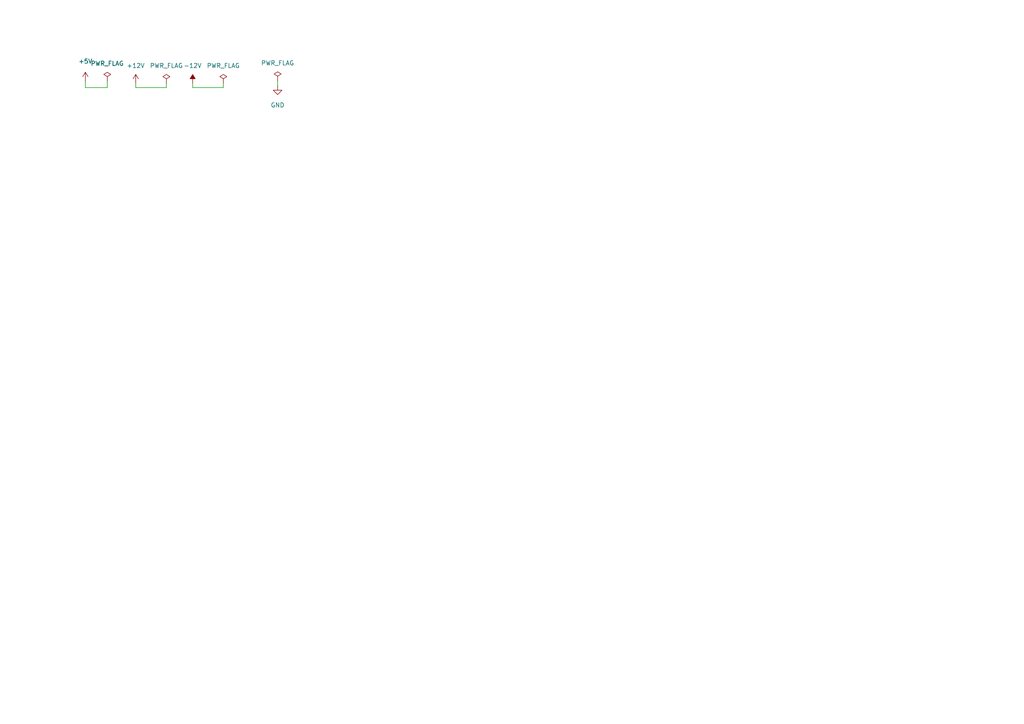
<source format=kicad_sch>
(kicad_sch (version 20211123) (generator eeschema)
  (paper "A4")
  (lib_symbols
    (symbol "power:+12V" (power) (pin_names (offset 0))
      (property "Value" "+12V" (at 0 3.556 0))
      (symbol "+12V_0_1"
        (polyline (pts (xy -0.762 1.27) (xy 0 2.54)))
        (polyline (pts (xy 0 0) (xy 0 2.54)))
        (polyline (pts (xy 0 2.54) (xy 0.762 1.27)))
      )
      (symbol "+12V_1_1"
        (pin power_in line (at 0 0 90) (length 0) hide (name "+12V") (number "1"))
      )
    )
    (symbol "power:+5V" (power) (pin_names (offset 0))
      (property "Value" "+5V" (at 0 3.556 0))
      (symbol "+5V_0_1"
        (polyline (pts (xy -0.762 1.27) (xy 0 2.54)))
        (polyline (pts (xy 0 0) (xy 0 2.54)))
        (polyline (pts (xy 0 2.54) (xy 0.762 1.27)))
      )
      (symbol "+5V_1_1"
        (pin power_in line (at 0 0 90) (length 0) hide (name "+5V") (number "1"))
      )
    )
    (symbol "power:-12V" (power) (pin_names (offset 0))
      (property "Value" "-12V" (at 0 3.81 0))
      (symbol "-12V_0_0"
        (pin power_in line (at 0 0 90) (length 0) hide (name "-12V") (number "1"))
      )
      (symbol "-12V_0_1"
        (polyline (pts (xy 0 0) (xy 0 1.27) (xy 0.762 1.27) (xy 0 2.54) (xy -0.762 1.27) (xy 0 1.27)) (fill (type outline)))
      )
    )
    (symbol "power:GND" (power) (pin_names (offset 0))
      (property "Value" "GND" (at 0 -3.81 0))
      (symbol "GND_0_1"
        (polyline (pts (xy 0 0) (xy 0 -1.27) (xy 1.27 -1.27) (xy 0 -2.54) (xy -1.27 -1.27) (xy 0 -1.27)))
      )
      (symbol "GND_1_1"
        (pin power_in line (at 0 0 270) (length 0) hide (name "GND") (number "1"))
      )
    )
    (symbol "power:PWR_FLAG" (power) (pin_numbers hide) (pin_names (offset 0) hide)
      (property "Value" "PWR_FLAG" (at 0 3.81 0))
      (symbol "PWR_FLAG_0_0"
        (pin power_out line (at 0 0 90) (length 0) (name "pwr") (number "1"))
      )
      (symbol "PWR_FLAG_0_1"
        (polyline (pts (xy 0 0) (xy 0 1.27) (xy -1.016 1.905) (xy 0 2.54) (xy 1.016 1.905) (xy 0 1.27)))
      )
    )
  )
  (wire (pts (xy 64.77 25.4) (xy 64.77 24.13)))
  (wire (pts (xy 55.88 25.4) (xy 64.77 25.4)))
  (wire (pts (xy 31.115 25.4) (xy 31.115 23.495)))
  (wire (pts (xy 39.37 24.13) (xy 39.37 25.4)))
  (wire (pts (xy 48.26 25.4) (xy 48.26 24.13)))
  (wire (pts (xy 39.37 25.4) (xy 48.26 25.4)))
  (wire (pts (xy 80.518 23.368) (xy 80.518 24.892)))
  (wire (pts (xy 24.765 25.4) (xy 31.115 25.4)))
  (wire (pts (xy 55.88 24.13) (xy 55.88 25.4)))
  (wire (pts (xy 24.765 23.495) (xy 24.765 25.4)))
  (symbol (lib_id "power:GND") (at 80.518 24.892 0) (unit 1)
    (property "Reference" "#PWR0634" (effects hide))
    (property "Value" "GND" (at 80.518 30.48 0))
  )
  (symbol (lib_id "power:+12V") (at 39.37 24.13 0) (unit 1)
    (property "Reference" "#PWR0632" (effects hide))
    (property "Value" "+12V" (at 39.37 19.05 0))
  )
  (symbol (lib_id "power:-12V") (at 55.88 24.13 0) (unit 1)
    (property "Reference" "#PWR0633" (effects hide))
    (property "Value" "-12V" (at 55.88 19.05 0))
  )
  (symbol (lib_id "power:PWR_FLAG") (at 64.77 24.13 0) (unit 1)
    (property "Reference" "#FLG0103" (effects hide))
    (property "Value" "PWR_FLAG" (at 64.77 19.05 0))
  )
  (symbol (lib_id "power:+5V") (at 24.765 23.495 0) (unit 1)
    (property "Reference" "#PWR0631" (effects hide))
    (property "Value" "+5V" (at 24.765 17.78 0))
  )
  (symbol (lib_id "power:PWR_FLAG") (at 31.115 23.495 0) (unit 1)
    (property "Reference" "#FLG0101" (effects hide))
    (property "Value" "PWR_FLAG" (at 31.115 18.415 0))
  )
  (symbol (lib_id "power:PWR_FLAG") (at 48.26 24.13 0) (unit 1)
    (property "Reference" "#FLG0102" (effects hide))
    (property "Value" "PWR_FLAG" (at 48.26 19.05 0))
  )
  (symbol (lib_id "power:PWR_FLAG") (at 80.518 23.368 0) (unit 1)
    (property "Reference" "#FLG0104" (effects hide))
    (property "Value" "PWR_FLAG" (at 80.518 18.288 0))
  )
)
</source>
